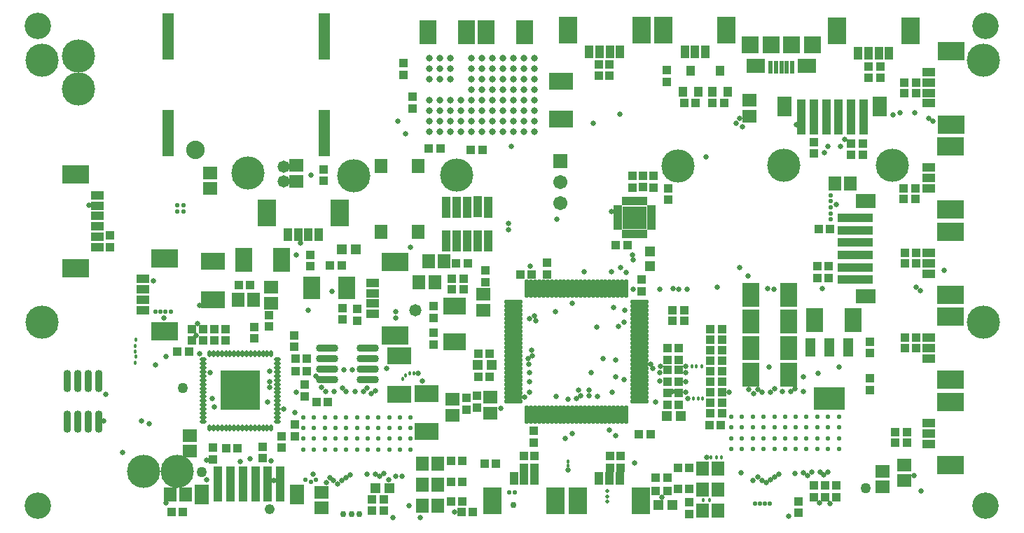
<source format=gts>
%FSTAX23Y23*%
%MOIN*%
%SFA1B1*%

%IPPOS*%
%ADD68C,0.018000*%
%ADD69C,0.050000*%
%ADD70C,0.022000*%
%ADD72C,0.023000*%
%ADD73C,0.021000*%
%ADD74C,0.025000*%
%ADD76C,0.020000*%
%ADD77C,0.030000*%
%ADD102R,0.091000X0.126000*%
%ADD103R,0.098000X0.067000*%
%ADD104R,0.126000X0.091000*%
%ADD105R,0.067000X0.098000*%
%ADD106R,0.059180X0.069020*%
%ADD107R,0.067060X0.059180*%
%ADD108R,0.055240X0.220600*%
%ADD109R,0.039500X0.059180*%
%ADD110R,0.051310X0.047370*%
%ADD111R,0.047370X0.051310*%
%ADD112R,0.043430X0.039500*%
%ADD113R,0.039500X0.043430*%
%ADD114C,0.032800*%
%ADD115R,0.082800X0.114300*%
%ADD116R,0.165480X0.039500*%
%ADD117R,0.047370X0.086740*%
%ADD118R,0.145790X0.106420*%
%ADD119R,0.059180X0.039500*%
%ADD120R,0.110360X0.082800*%
%ADD121R,0.059180X0.067060*%
%ADD122O,0.090680X0.019810*%
%ADD123O,0.019810X0.090680*%
%ADD124R,0.039500X0.102490*%
%ADD125R,0.114300X0.082800*%
%ADD126R,0.039500X0.047370*%
%ADD127R,0.023750X0.061150*%
%ADD128R,0.078870X0.082800*%
%ADD129R,0.082800X0.082800*%
%ADD130R,0.090680X0.070990*%
%ADD131R,0.039500X0.165480*%
%ADD132O,0.017840X0.033590*%
%ADD133R,0.185170X0.185170*%
%ADD134O,0.033590X0.017840*%
%ADD135O,0.035560X0.106420*%
%ADD136O,0.106420X0.035560*%
%ADD137R,0.082800X0.110360*%
%ADD138R,0.039500X0.021780*%
%ADD139R,0.021780X0.039500*%
%ADD140R,0.114300X0.110360*%
%ADD141C,0.158000*%
%ADD142R,0.067060X0.067060*%
%ADD143C,0.067060*%
%ADD144C,0.126110*%
%ADD145C,0.026000*%
%ADD146C,0.058000*%
%ADD147C,0.048000*%
%ADD148C,0.088000*%
%LNninja_ecu_pcb-1*%
%LPD*%
G54D68*
X01047Y02031D03*
X01045Y02D03*
Y02082D03*
Y02056D03*
X0235Y0195D03*
X02317Y01925D03*
X02332Y0194D03*
X0237Y0195D03*
X03835Y0155D03*
X0381D03*
X03785D03*
X03778Y01347D03*
X03747D03*
X03105Y0153D03*
Y0151D03*
X03725Y0183D03*
X03745D03*
X03702D03*
X0374Y01985D03*
X03715D03*
X03693D03*
X01046Y0211D03*
G54D69*
X0452Y01405D03*
X0127Y0188D03*
X0136Y0148D03*
G54D70*
X04355Y02797D03*
Y0277D03*
Y0274D03*
Y0271D03*
Y02685D03*
X01855Y01445D03*
X01905D03*
X01189Y02245D03*
X01215D03*
X01163D03*
X0114D03*
X0188Y01435D03*
G54D72*
X04086Y01643D03*
X04393Y01746D03*
X04342D03*
X04291D03*
X04239D03*
X04188D03*
X04137D03*
X04086D03*
X04035D03*
X03983D03*
X03932D03*
X03881D03*
X04393Y01695D03*
X04342D03*
X04291D03*
X04239D03*
X04188D03*
X04137D03*
X04086D03*
X04035D03*
X03983D03*
X03932D03*
X03881D03*
X04393Y01643D03*
X04342D03*
X04291D03*
X04239D03*
X04188D03*
X04137D03*
X04035D03*
X03983D03*
X03932D03*
X03881D03*
X04393Y01592D03*
X04342D03*
X04291D03*
X04239D03*
X04188D03*
X04137D03*
X04086D03*
X04035D03*
X03983D03*
X03932D03*
X03881D03*
X02355Y01742D03*
X02304D03*
X02253D03*
X02202D03*
X02151D03*
X021D03*
X02048D03*
X01997D03*
X01946D03*
X01895D03*
X01844D03*
X02355Y01691D03*
X02304D03*
X02253D03*
X02202D03*
X02151D03*
X021D03*
X02048D03*
X01997D03*
X01946D03*
X01895D03*
X01844D03*
X02355Y0164D03*
X02304D03*
X02253D03*
X02202D03*
X02151D03*
X021D03*
X02048D03*
X01997D03*
X01946D03*
X01895D03*
X01844D03*
X02355Y01588D03*
X02304D03*
X02253D03*
X02202D03*
X02151D03*
X021D03*
X02048D03*
X01997D03*
X01946D03*
X01895D03*
X01844D03*
G54D73*
X02852Y01385D03*
X04065Y0133D03*
X04018D03*
X04041D03*
X01245Y0275D03*
X03995Y0133D03*
X02825Y01385D03*
X01275Y0275D03*
Y0272D03*
X01245D03*
G54D74*
X02346Y01322D03*
G54D76*
X0329Y01364D03*
Y0134D03*
Y0139D03*
G54D77*
X02035Y0128D03*
X02075D03*
X0211D03*
X02845Y01325D03*
G54D102*
X02019Y02715D03*
X01671D03*
X03453Y03585D03*
X03105D03*
X03859D03*
X03559D03*
X04733Y0358D03*
X04385D03*
X0315Y01345D03*
X0345D03*
X02745D03*
X03045D03*
G54D103*
X0452Y02771D03*
Y02317D03*
G54D104*
X0228Y02133D03*
Y02481D03*
X04927Y03136D03*
Y03484D03*
X04925Y0273D03*
Y0303D03*
X04925Y02325D03*
Y02625D03*
Y0192D03*
Y0222D03*
Y01515D03*
Y01815D03*
X0076Y02452D03*
Y02899D03*
X01185Y02151D03*
Y02499D03*
G54D105*
X04135Y0322D03*
X04589D03*
X0136Y01375D03*
X01814D03*
G54D106*
X02215Y02625D03*
X02392D03*
Y02937D03*
X02215D03*
G54D107*
X0181Y0294D03*
Y02865D03*
X027Y02252D03*
Y02327D03*
X014Y02905D03*
Y0283D03*
X02555Y01752D03*
Y01827D03*
X02735Y01762D03*
Y01837D03*
X03968Y03175D03*
Y0325D03*
X04705Y0144D03*
Y01515D03*
X046Y01484D03*
Y0141D03*
X01305Y0158D03*
Y01655D03*
X0169Y02285D03*
Y0236D03*
X0193Y01384D03*
Y0131D03*
G54D108*
X01945Y03555D03*
Y03094D03*
X012Y03555D03*
Y03094D03*
G54D109*
X0182Y0261D03*
X0177D03*
X01869D03*
X01918D03*
X03352Y0348D03*
X03254D03*
X03303D03*
X03205D03*
X03758D03*
X03709D03*
X0366D03*
X04534Y03475D03*
X04485D03*
X04583D03*
X04632D03*
X0335Y0145D03*
X033D03*
X03251D03*
X02945D03*
X02895D03*
X02846D03*
G54D110*
X02255Y01405D03*
X02188D03*
X03535Y01325D03*
X03601D03*
X02675Y0199D03*
X02741D03*
X02028Y0254D03*
X02095D03*
X0364Y01747D03*
X03573D03*
G54D111*
X03495Y0253D03*
Y02463D03*
G54D112*
X02895Y01557D03*
Y01502D03*
X02945Y01557D03*
Y01502D03*
X0185Y01897D03*
Y01842D03*
X01682Y02229D03*
Y02174D03*
X04275Y03052D03*
Y02997D03*
X0294Y01677D03*
Y01622D03*
X0232Y03372D03*
Y03427D03*
X0194Y02867D03*
Y02922D03*
X021Y02257D03*
Y02202D03*
X0203Y02262D03*
Y02207D03*
X0267Y01789D03*
Y01845D03*
X0262Y01779D03*
Y01835D03*
X02465Y02145D03*
Y02089D03*
Y02214D03*
Y0227D03*
X0271Y02384D03*
Y0244D03*
X0358Y02777D03*
Y02832D03*
X0351Y0289D03*
Y02834D03*
X0346Y02892D03*
Y02837D03*
X0341Y0289D03*
Y02834D03*
X03455Y02342D03*
Y02397D03*
X03005Y02477D03*
Y02422D03*
X0325Y03422D03*
Y03367D03*
X033Y03422D03*
Y03367D03*
X03575Y03339D03*
Y03395D03*
X04535Y03412D03*
Y03357D03*
X0459Y03412D03*
Y03357D03*
X0454Y02047D03*
Y02102D03*
Y01872D03*
Y01927D03*
X04275Y01417D03*
Y01362D03*
X04327Y01417D03*
Y01362D03*
X0438Y01417D03*
Y01362D03*
X03305Y01557D03*
Y01502D03*
X03355Y01557D03*
Y01502D03*
X02227Y01352D03*
Y01297D03*
X0217D03*
Y01352D03*
X01805Y01652D03*
Y01707D03*
X0174Y01652D03*
Y01597D03*
X0165Y01602D03*
Y01547D03*
X01415Y01597D03*
Y01542D03*
X0161Y02117D03*
Y02172D03*
X018Y02077D03*
Y02132D03*
X01877Y0246D03*
Y02515D03*
X00925Y02607D03*
Y02552D03*
X01367Y02107D03*
Y02162D03*
X01315D03*
Y02107D03*
X0368Y01282D03*
Y01337D03*
X02365Y03267D03*
Y03212D03*
X04345Y0246D03*
Y02404D03*
X042Y01287D03*
Y01342D03*
X0429Y02404D03*
Y0246D03*
X0142Y02107D03*
Y02162D03*
X01475Y02107D03*
Y02162D03*
G54D113*
X01962Y01815D03*
X01907D03*
X013Y02055D03*
X01244D03*
X04507Y0299D03*
X04452D03*
X04507Y03045D03*
X04452D03*
X03777Y01705D03*
X03832D03*
X03837Y01762D03*
X03782D03*
X03837Y01812D03*
X03782D03*
Y01862D03*
X03837D03*
X03782Y01912D03*
X03837D03*
X03782Y01962D03*
X03837D03*
Y02012D03*
X03782D03*
X03837Y02062D03*
X03782D03*
Y02112D03*
X03837D03*
X03782Y02162D03*
X03837D03*
X03632Y02072D03*
X03577D03*
X03632Y02015D03*
X03577D03*
X03632Y01967D03*
X03577D03*
X03632Y01912D03*
X03577D03*
X03632Y01857D03*
X03577D03*
X03632Y01802D03*
X03577D03*
X02732Y02045D03*
X02677D03*
X02732Y01935D03*
X02677D03*
X02552Y024D03*
X02607D03*
Y0235D03*
X02552D03*
X02572Y02475D03*
X02627D03*
X02932Y0242D03*
X02877D03*
X02442Y0302D03*
X02497D03*
X02697Y03015D03*
X02642D03*
X03332Y02562D03*
X03387D03*
X03657Y03237D03*
X03712D03*
X03792D03*
X03847D03*
X0476Y03285D03*
X04705D03*
X0476Y03335D03*
X04705D03*
X04702Y0278D03*
X04757D03*
X04702Y0283D03*
X04757D03*
X04707Y02525D03*
X04762D03*
X04707Y02475D03*
X04762D03*
X04707Y0207D03*
X04762D03*
X04707Y0212D03*
X04762D03*
X04662Y0167D03*
X04717D03*
X04662Y0162D03*
X04717D03*
X03577Y0139D03*
X03522D03*
Y01455D03*
X03577D03*
X03442Y0166D03*
X03497D03*
X02707Y0152D03*
X02762D03*
X01532Y01595D03*
X01477D03*
X01272Y0129D03*
X01217D03*
X01862Y0196D03*
X01807D03*
X01862Y0202D03*
X01807D03*
X02027Y02465D03*
X01972D03*
X01592Y0237D03*
X01537D03*
X02602Y0134D03*
X02547D03*
X03627Y015D03*
X03682D03*
X02602Y01435D03*
X02547D03*
X03627Y014D03*
X03682D03*
X02602Y01535D03*
X02547D03*
X03602Y02252D03*
X03657D03*
X04352Y02637D03*
X04297D03*
X02652Y0129D03*
X02597D03*
X03602Y02202D03*
X03657D03*
G54D114*
X02945Y034D03*
Y0345D03*
X02895Y034D03*
Y0345D03*
X02845D03*
Y034D03*
X02945Y033D03*
Y0335D03*
Y0325D03*
X02895Y0335D03*
Y033D03*
X02795Y034D03*
Y0345D03*
X02845Y0335D03*
X02745Y034D03*
Y0345D03*
X02795Y0335D03*
Y033D03*
X02745Y0335D03*
X02845Y033D03*
X02695D03*
X02745D03*
X02945Y032D03*
X02895Y0325D03*
X02845Y032D03*
Y0325D03*
X02895Y032D03*
X02945Y0315D03*
X02895D03*
X02945Y031D03*
X02845D03*
X02895D03*
X02795Y0325D03*
X02745D03*
X02795Y032D03*
X02695D03*
X02745D03*
X02845Y0315D03*
X02795D03*
Y031D03*
X02745Y0315D03*
Y031D03*
X02695Y0345D03*
X02645D03*
X02695Y034D03*
X02545D03*
X02645D03*
X02695Y0335D03*
X02645D03*
X02695Y0325D03*
X02645Y033D03*
X02595Y0325D03*
X02545Y0345D03*
X02495D03*
Y034D03*
X02445Y0345D03*
Y034D03*
X02545Y0335D03*
X02495D03*
X02545Y0325D03*
X02445Y0335D03*
Y0325D03*
X02645Y032D03*
Y0325D03*
X02695Y0315D03*
X02595Y032D03*
X02545D03*
X02645Y0315D03*
Y031D03*
X02595Y0315D03*
X02695Y031D03*
X02595D03*
X02495Y032D03*
Y0325D03*
X02545Y0315D03*
X02445Y032D03*
X02495Y031D03*
Y0315D03*
X02545Y031D03*
X02445Y0315D03*
Y031D03*
G54D115*
X02896Y03575D03*
X02715D03*
X0446Y02205D03*
X04278D03*
X04155Y02325D03*
X03973D03*
X04155Y02198D03*
X03973D03*
X04155Y02071D03*
X03973D03*
X04155Y01945D03*
X03973D03*
X0156Y0249D03*
X01741D03*
X0262Y03575D03*
X02438D03*
G54D116*
X0447Y02692D03*
Y02633D03*
Y02574D03*
Y02515D03*
Y02456D03*
Y02397D03*
G54D117*
X04437Y02075D03*
X04347D03*
X04256D03*
G54D118*
X04347Y0183D03*
G54D119*
X02175Y02333D03*
Y02382D03*
Y02284D03*
Y02235D03*
X04822Y03335D03*
Y03385D03*
Y03286D03*
Y03237D03*
X0482Y0293D03*
Y0288D03*
Y02831D03*
Y02525D03*
Y02475D03*
Y02426D03*
Y0212D03*
Y0207D03*
Y02021D03*
Y01715D03*
Y01665D03*
Y01616D03*
X00865Y02601D03*
Y02552D03*
Y02749D03*
Y02798D03*
Y027D03*
Y0265D03*
X0108Y02301D03*
Y0235D03*
Y024D03*
Y02252D03*
G54D120*
X02565Y02272D03*
Y02103D03*
G54D121*
X02395Y02385D03*
X0247D03*
X0244Y02485D03*
X02515D03*
X03818Y01499D03*
X03744D03*
X03818Y01299D03*
X03744D03*
X03818Y01399D03*
X03744D03*
X0241Y01523D03*
X02484D03*
X0241Y01423D03*
X02484D03*
X0241Y01323D03*
X02484D03*
X0121Y01375D03*
X01285D03*
X01609Y023D03*
X01535D03*
X04449Y02855D03*
X04375D03*
G54D122*
X03444Y02192D03*
Y02212D03*
X02845Y02291D03*
Y02271D03*
Y02251D03*
Y02232D03*
Y02212D03*
Y02192D03*
Y02173D03*
Y02153D03*
Y02133D03*
Y02114D03*
Y02094D03*
Y02074D03*
Y02055D03*
Y02035D03*
Y02015D03*
Y01995D03*
Y01976D03*
Y01956D03*
Y01936D03*
Y01917D03*
Y01897D03*
Y01877D03*
Y01858D03*
Y01838D03*
Y01818D03*
X03444D03*
Y01838D03*
Y01858D03*
Y01877D03*
Y01897D03*
Y01917D03*
Y01936D03*
Y01956D03*
Y01976D03*
Y01995D03*
Y02015D03*
Y02035D03*
Y02055D03*
Y02074D03*
Y02094D03*
Y02114D03*
Y02133D03*
Y02153D03*
Y02173D03*
Y02232D03*
Y02251D03*
Y02271D03*
Y02291D03*
G54D123*
X02908Y01755D03*
X02928D03*
X02948D03*
X02967D03*
X02987D03*
X03007D03*
X03026D03*
X03046D03*
X03066D03*
X03085D03*
X03105D03*
X03125D03*
X03145D03*
X03164D03*
X03184D03*
X03204D03*
X03223D03*
X03243D03*
X03263D03*
X03282D03*
X03302D03*
X03322D03*
X03341D03*
X03361D03*
X03381D03*
Y02354D03*
X03361D03*
X03341D03*
X03322D03*
X03302D03*
X03282D03*
X03263D03*
X03243D03*
X03223D03*
X03204D03*
X03184D03*
X03164D03*
X03145D03*
X03125D03*
X03105D03*
X03085D03*
X03066D03*
X03046D03*
X03026D03*
X03007D03*
X02987D03*
X02967D03*
X02948D03*
X02928D03*
X02908D03*
G54D124*
X02724Y02743D03*
Y02583D03*
X02674Y02745D03*
Y02583D03*
X02624Y02743D03*
Y02583D03*
X02574Y02743D03*
Y02583D03*
X02524Y02743D03*
Y02583D03*
G54D125*
X0307Y0316D03*
Y03341D03*
X0243Y01675D03*
Y01856D03*
X023Y02035D03*
Y01853D03*
X01415Y02485D03*
Y02303D03*
G54D126*
X0379Y03292D03*
X03864D03*
X03827Y0339D03*
X0365Y03292D03*
X03724D03*
X03687Y0339D03*
G54D127*
X0412Y03409D03*
X04145D03*
X04094D03*
X04068D03*
X04171D03*
G54D128*
X0397Y03515D03*
X04269D03*
G54D129*
X04072Y03515D03*
X04167D03*
G54D130*
X03997Y03414D03*
X04242D03*
G54D131*
X04215Y0317D03*
X04274D03*
X04333D03*
X04392D03*
X04451D03*
X0451D03*
X01439Y01425D03*
X01498D03*
X01675D03*
X01616D03*
X01557D03*
X01735D03*
G54D132*
X01554Y02046D03*
X01692Y01693D03*
X01672D03*
X01653D03*
X01633D03*
X01613D03*
X01594D03*
X01574D03*
X01554D03*
X01535D03*
X01515D03*
X01495D03*
X01476D03*
X01456D03*
X01436D03*
X01417D03*
X01397D03*
Y02046D03*
X01417D03*
X01436D03*
X01456D03*
X01476D03*
X01495D03*
X01515D03*
X01535D03*
X01594D03*
X01613D03*
X01633D03*
X01653D03*
X01672D03*
X01692D03*
X01574D03*
G54D133*
X01545Y0187D03*
G54D134*
X01721Y02017D03*
Y01997D03*
Y01978D03*
Y01958D03*
Y01938D03*
Y01919D03*
Y01899D03*
Y01879D03*
Y0186D03*
Y0184D03*
Y0182D03*
Y01801D03*
Y01781D03*
Y01761D03*
Y01742D03*
Y01722D03*
X01368D03*
Y01742D03*
Y01761D03*
Y01781D03*
Y01801D03*
Y0182D03*
Y0184D03*
Y0186D03*
Y01879D03*
Y01899D03*
Y01919D03*
Y01938D03*
Y01958D03*
Y01978D03*
Y01997D03*
Y02017D03*
G54D135*
X0072Y01723D03*
X0077D03*
X0082D03*
X0087D03*
X0072Y01916D03*
X0077D03*
X0082D03*
X0087D03*
G54D136*
X02151Y0192D03*
Y0197D03*
Y0202D03*
Y0207D03*
X01958Y0192D03*
Y0197D03*
Y0202D03*
Y0207D03*
G54D137*
X02052Y02357D03*
X01883D03*
G54D138*
X035Y02644D03*
Y02664D03*
Y02683D03*
Y02703D03*
Y02723D03*
Y02742D03*
X03342D03*
Y02723D03*
Y02703D03*
Y02683D03*
Y02664D03*
Y02644D03*
G54D139*
X03372Y02614D03*
X03391D03*
X03411D03*
X03431D03*
X0345D03*
X0347D03*
Y02772D03*
X0345D03*
X03431D03*
X03411D03*
X03391D03*
X03372D03*
G54D140*
X03421Y02693D03*
G54D141*
X0508Y02195D03*
Y0344D03*
X006Y02195D03*
Y0344D03*
X00775Y03305D03*
Y0346D03*
X03627Y02937D03*
X04132Y02942D03*
X04647D03*
X02575Y02895D03*
X02085Y0289D03*
X01581Y02906D03*
X01245Y01485D03*
X01085D03*
G54D142*
X03067Y0296D03*
G54D143*
X03067Y0286D03*
Y0276D03*
G54D144*
X0509Y03605D03*
X0058D03*
Y0132D03*
X0509D03*
G54D145*
X0224Y01975D03*
X00985Y01575D03*
X01075Y01725D03*
X01685Y0196D03*
X04685Y0319D03*
X03675Y0183D03*
X02315Y0146D03*
X0135Y02045D03*
X01545Y0153D03*
X0141Y0183D03*
X01422Y0179D03*
X01685Y01885D03*
Y0191D03*
X03665Y01985D03*
Y01955D03*
X0354Y01956D03*
X03545Y01985D03*
X0435Y01333D03*
X043Y01335D03*
X01955Y0143D03*
X02251Y01445D03*
X03988Y01855D03*
X03985Y0144D03*
X02285Y02245D03*
Y02215D03*
X01905Y01939D03*
X02039Y01967D03*
X0203Y0188D03*
X0199Y01865D03*
X0195D03*
X02077Y01968D03*
X0239Y0195D03*
X02785Y01785D03*
X04155Y0127D03*
X0355Y0136D03*
X0337Y0192D03*
X0333Y01935D03*
X0119Y0203D03*
X0118Y02215D03*
X0135Y02275D03*
X0114Y0199D03*
X02049Y01864D03*
X0193Y01886D03*
X02898Y01838D03*
X0241Y01915D03*
X02167Y01856D03*
X02186Y01868D03*
X0213Y01865D03*
X0209D03*
X0183Y0257D03*
X0181Y02515D03*
X02295Y0315D03*
X0233Y0309D03*
X0159Y01544D03*
X0175Y0178D03*
X01805Y01765D03*
X01675Y01815D03*
X0181Y0186D03*
X0169Y01535D03*
X01705Y0144D03*
X03765Y0155D03*
X02147Y01882D03*
X02355Y0255D03*
X0293Y0206D03*
X03105Y0149D03*
X0292Y0191D03*
X04395Y0198D03*
X04755Y0319D03*
X0482Y03166D03*
X0419Y03135D03*
X0392Y03165D03*
X0335Y03185D03*
X03225Y0314D03*
X02401Y01265D03*
X0227D03*
X04295Y0195D03*
X04165Y01864D03*
X04224Y01864D03*
X04225Y01935D03*
X04185Y01878D03*
X04125Y01864D03*
X04086Y01878D03*
X04066Y01863D03*
X04027Y01862D03*
X04007Y01875D03*
X03965D03*
X0406Y0198D03*
X0387Y0186D03*
X04085Y0235D03*
X0396Y02415D03*
X0392Y02455D03*
X03935Y03125D03*
X02915Y0202D03*
X0475Y01465D03*
X04785Y0139D03*
X02565Y01293D03*
X0376Y0298D03*
X03415Y0235D03*
X0367D03*
X03355Y02455D03*
X03311Y0272D03*
X0363Y0235D03*
X03605Y02355D03*
X0341Y02515D03*
X03413Y02493D03*
X0354Y0235D03*
X0305Y02685D03*
X0342Y01525D03*
X02921Y01956D03*
X02925Y0246D03*
X03046Y01841D03*
X014Y01955D03*
X0318Y02435D03*
X0333Y01655D03*
X0338Y0243D03*
X0282Y02635D03*
Y02665D03*
X0465Y0318D03*
X03496Y01994D03*
X03345Y02175D03*
X03508Y01976D03*
X044Y0303D03*
X04055Y02355D03*
X0434Y0303D03*
X04315Y02355D03*
X0442Y03065D03*
X036Y01865D03*
X03665Y0186D03*
X0354Y01915D03*
X03665Y0191D03*
X03125Y02285D03*
X01341Y02188D03*
X0478Y02345D03*
X03815Y0236D03*
X03905Y0314D03*
X0198Y0234D03*
X02919Y01995D03*
X0295Y022D03*
X02945Y02225D03*
X03105Y01829D03*
X02922Y02212D03*
X04303Y01481D03*
X04322Y01467D03*
X04342Y01482D03*
X02285Y0146D03*
X02226Y01476D03*
X02206Y01461D03*
X02186Y01473D03*
X02147Y01472D03*
X02068Y01468D03*
X02049Y01455D03*
X02029Y0144D03*
X02009Y01425D03*
X01989Y0144D03*
X0197Y01455D03*
X01891Y01473D03*
X03928Y01477D03*
X04184Y01476D03*
X04224Y01477D03*
X04243Y01465D03*
X04263Y0148D03*
X04007Y01459D03*
X04027Y01443D03*
X04106Y01472D03*
X04086Y01459D03*
X04066Y01444D03*
X04047Y01432D03*
X03045Y02245D03*
X0324Y0217D03*
X033Y0168D03*
X0352Y01815D03*
X02935Y02035D03*
X03125Y01665D03*
X0309Y0164D03*
X01867Y02252D03*
X04325Y03D03*
X0476Y0236D03*
X04895Y0244D03*
X0484Y0315D03*
X0438Y02755D03*
X0292Y0186D03*
X0331Y02435D03*
X03145Y0183D03*
X03164Y01844D03*
X03155Y0187D03*
X03204Y01844D03*
X03243Y01843D03*
X03205Y0187D03*
X03215Y01955D03*
X03375Y0225D03*
X0337Y02195D03*
X0332Y02265D03*
X0113Y0239D03*
X01335Y0213D03*
X0111Y0171D03*
X0119Y01335D03*
X01385Y01445D03*
X00895Y01725D03*
X01384Y01538D03*
X00905Y0185D03*
X0188Y02895D03*
X00825Y0275D03*
X02835Y0303D03*
X0333Y02015D03*
X0327Y0202D03*
X03313Y01863D03*
G54D146*
X02376Y0225D03*
X0175Y02865D03*
Y02935D03*
G54D147*
X01685Y01305D03*
G54D148*
X0133Y03015D03*
M02*
</source>
